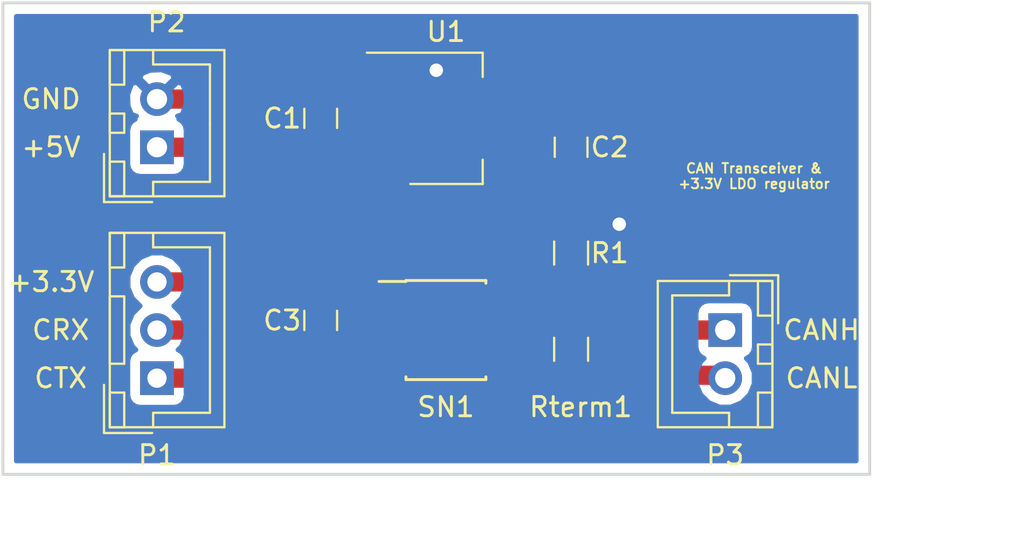
<source format=kicad_pcb>
(kicad_pcb (version 4) (host pcbnew 4.0.4-stable)

  (general
    (links 20)
    (no_connects 0)
    (area 129.424999 106.424999 174.575001 131.075001)
    (thickness 2.4)
    (drawings 14)
    (tracks 61)
    (zones 0)
    (modules 10)
    (nets 9)
  )

  (page A4)
  (layers
    (0 F.Cu signal)
    (31 B.Cu signal hide)
    (32 B.Adhes user)
    (33 F.Adhes user)
    (34 B.Paste user)
    (35 F.Paste user)
    (36 B.SilkS user)
    (37 F.SilkS user)
    (38 B.Mask user)
    (39 F.Mask user)
    (40 Dwgs.User user)
    (41 Cmts.User user)
    (42 Eco1.User user)
    (43 Eco2.User user)
    (44 Edge.Cuts user)
    (45 Margin user)
    (46 B.CrtYd user)
    (47 F.CrtYd user)
    (48 B.Fab user hide)
    (49 F.Fab user hide)
  )

  (setup
    (last_trace_width 0.25)
    (user_trace_width 0.5)
    (user_trace_width 0.6)
    (user_trace_width 0.7)
    (user_trace_width 0.8)
    (user_trace_width 0.9)
    (user_trace_width 1)
    (user_trace_width 1.1)
    (user_trace_width 1.2)
    (trace_clearance 0.15)
    (zone_clearance 0.5)
    (zone_45_only yes)
    (trace_min 0.2)
    (segment_width 0.2)
    (edge_width 0.15)
    (via_size 1)
    (via_drill 0.7)
    (via_min_size 0.4)
    (via_min_drill 0.3)
    (uvia_size 0.3)
    (uvia_drill 0.1)
    (uvias_allowed no)
    (uvia_min_size 0.2)
    (uvia_min_drill 0.1)
    (pcb_text_width 0.3)
    (pcb_text_size 1.5 1.5)
    (mod_edge_width 0.15)
    (mod_text_size 1 1)
    (mod_text_width 0.15)
    (pad_size 1.524 1.524)
    (pad_drill 0.762)
    (pad_to_mask_clearance 0.1)
    (aux_axis_origin 0 0)
    (visible_elements 7FFEFFFF)
    (pcbplotparams
      (layerselection 0x01000_00000000)
      (usegerberextensions false)
      (excludeedgelayer true)
      (linewidth 0.100000)
      (plotframeref false)
      (viasonmask true)
      (mode 1)
      (useauxorigin false)
      (hpglpennumber 1)
      (hpglpenspeed 20)
      (hpglpendiameter 15)
      (hpglpenoverlay 2)
      (psnegative false)
      (psa4output false)
      (plotreference true)
      (plotvalue true)
      (plotinvisibletext false)
      (padsonsilk false)
      (subtractmaskfromsilk false)
      (outputformat 1)
      (mirror false)
      (drillshape 0)
      (scaleselection 1)
      (outputdirectory gerber/))
  )

  (net 0 "")
  (net 1 +3.3V)
  (net 2 GND)
  (net 3 +5V)
  (net 4 TXCAN)
  (net 5 RXCAN)
  (net 6 CANH)
  (net 7 CANL)
  (net 8 "Net-(R1-Pad2)")

  (net_class Default "This is the default net class."
    (clearance 0.15)
    (trace_width 0.25)
    (via_dia 1)
    (via_drill 0.7)
    (uvia_dia 0.3)
    (uvia_drill 0.1)
    (add_net +3.3V)
    (add_net +5V)
    (add_net CANH)
    (add_net CANL)
    (add_net GND)
    (add_net "Net-(R1-Pad2)")
    (add_net RXCAN)
    (add_net TXCAN)
  )

  (module Capacitors_SMD:C_0805_HandSoldering (layer F.Cu) (tedit 5942B819) (tstamp 5942B6E7)
    (at 146 112.5 90)
    (descr "Capacitor SMD 0805, hand soldering")
    (tags "capacitor 0805")
    (path /5942A750)
    (attr smd)
    (fp_text reference C1 (at 0 -2 180) (layer F.SilkS)
      (effects (font (size 1 1) (thickness 0.15)))
    )
    (fp_text value 100n (at 0 1.75 90) (layer F.Fab)
      (effects (font (size 1 1) (thickness 0.15)))
    )
    (fp_text user %R (at 0 -1.75 90) (layer F.Fab)
      (effects (font (size 1 1) (thickness 0.15)))
    )
    (fp_line (start -1 0.62) (end -1 -0.62) (layer F.Fab) (width 0.1))
    (fp_line (start 1 0.62) (end -1 0.62) (layer F.Fab) (width 0.1))
    (fp_line (start 1 -0.62) (end 1 0.62) (layer F.Fab) (width 0.1))
    (fp_line (start -1 -0.62) (end 1 -0.62) (layer F.Fab) (width 0.1))
    (fp_line (start 0.5 -0.85) (end -0.5 -0.85) (layer F.SilkS) (width 0.12))
    (fp_line (start -0.5 0.85) (end 0.5 0.85) (layer F.SilkS) (width 0.12))
    (fp_line (start -2.25 -0.88) (end 2.25 -0.88) (layer F.CrtYd) (width 0.05))
    (fp_line (start -2.25 -0.88) (end -2.25 0.87) (layer F.CrtYd) (width 0.05))
    (fp_line (start 2.25 0.87) (end 2.25 -0.88) (layer F.CrtYd) (width 0.05))
    (fp_line (start 2.25 0.87) (end -2.25 0.87) (layer F.CrtYd) (width 0.05))
    (pad 1 smd rect (at -1.25 0 90) (size 1.5 1.25) (layers F.Cu F.Paste F.Mask)
      (net 3 +5V))
    (pad 2 smd rect (at 1.25 0 90) (size 1.5 1.25) (layers F.Cu F.Paste F.Mask)
      (net 2 GND))
    (model Capacitors_SMD.3dshapes/C_0805.wrl
      (at (xyz 0 0 0))
      (scale (xyz 1 1 1))
      (rotate (xyz 0 0 0))
    )
  )

  (module Capacitors_SMD:C_0805_HandSoldering (layer F.Cu) (tedit 595BB014) (tstamp 5942B6ED)
    (at 159 114 270)
    (descr "Capacitor SMD 0805, hand soldering")
    (tags "capacitor 0805")
    (path /5942BA03)
    (attr smd)
    (fp_text reference C2 (at 0 -2 360) (layer F.SilkS)
      (effects (font (size 1 1) (thickness 0.15)))
    )
    (fp_text value 10u (at 0 1.75 270) (layer F.Fab)
      (effects (font (size 1 1) (thickness 0.15)))
    )
    (fp_text user %R (at 0 -1.75 270) (layer F.Fab)
      (effects (font (size 1 1) (thickness 0.15)))
    )
    (fp_line (start -1 0.62) (end -1 -0.62) (layer F.Fab) (width 0.1))
    (fp_line (start 1 0.62) (end -1 0.62) (layer F.Fab) (width 0.1))
    (fp_line (start 1 -0.62) (end 1 0.62) (layer F.Fab) (width 0.1))
    (fp_line (start -1 -0.62) (end 1 -0.62) (layer F.Fab) (width 0.1))
    (fp_line (start 0.5 -0.85) (end -0.5 -0.85) (layer F.SilkS) (width 0.12))
    (fp_line (start -0.5 0.85) (end 0.5 0.85) (layer F.SilkS) (width 0.12))
    (fp_line (start -2.25 -0.88) (end 2.25 -0.88) (layer F.CrtYd) (width 0.05))
    (fp_line (start -2.25 -0.88) (end -2.25 0.87) (layer F.CrtYd) (width 0.05))
    (fp_line (start 2.25 0.87) (end 2.25 -0.88) (layer F.CrtYd) (width 0.05))
    (fp_line (start 2.25 0.87) (end -2.25 0.87) (layer F.CrtYd) (width 0.05))
    (pad 1 smd rect (at -1.25 0 270) (size 1.5 1.25) (layers F.Cu F.Paste F.Mask)
      (net 1 +3.3V))
    (pad 2 smd rect (at 1.25 0 270) (size 1.5 1.25) (layers F.Cu F.Paste F.Mask)
      (net 2 GND))
    (model Capacitors_SMD.3dshapes/C_0805.wrl
      (at (xyz 0 0 0))
      (scale (xyz 1 1 1))
      (rotate (xyz 0 0 0))
    )
  )

  (module Capacitors_SMD:C_0805_HandSoldering (layer F.Cu) (tedit 595BB04E) (tstamp 5942B6F3)
    (at 146 123 90)
    (descr "Capacitor SMD 0805, hand soldering")
    (tags "capacitor 0805")
    (path /5942D4B9)
    (attr smd)
    (fp_text reference C3 (at 0 -2 180) (layer F.SilkS)
      (effects (font (size 1 1) (thickness 0.15)))
    )
    (fp_text value 0.1u (at 0 1.75 90) (layer F.Fab)
      (effects (font (size 1 1) (thickness 0.15)))
    )
    (fp_text user %R (at 0 -1.75 90) (layer F.Fab)
      (effects (font (size 1 1) (thickness 0.15)))
    )
    (fp_line (start -1 0.62) (end -1 -0.62) (layer F.Fab) (width 0.1))
    (fp_line (start 1 0.62) (end -1 0.62) (layer F.Fab) (width 0.1))
    (fp_line (start 1 -0.62) (end 1 0.62) (layer F.Fab) (width 0.1))
    (fp_line (start -1 -0.62) (end 1 -0.62) (layer F.Fab) (width 0.1))
    (fp_line (start 0.5 -0.85) (end -0.5 -0.85) (layer F.SilkS) (width 0.12))
    (fp_line (start -0.5 0.85) (end 0.5 0.85) (layer F.SilkS) (width 0.12))
    (fp_line (start -2.25 -0.88) (end 2.25 -0.88) (layer F.CrtYd) (width 0.05))
    (fp_line (start -2.25 -0.88) (end -2.25 0.87) (layer F.CrtYd) (width 0.05))
    (fp_line (start 2.25 0.87) (end 2.25 -0.88) (layer F.CrtYd) (width 0.05))
    (fp_line (start 2.25 0.87) (end -2.25 0.87) (layer F.CrtYd) (width 0.05))
    (pad 1 smd rect (at -1.25 0 90) (size 1.5 1.25) (layers F.Cu F.Paste F.Mask)
      (net 1 +3.3V))
    (pad 2 smd rect (at 1.25 0 90) (size 1.5 1.25) (layers F.Cu F.Paste F.Mask)
      (net 2 GND))
    (model Capacitors_SMD.3dshapes/C_0805.wrl
      (at (xyz 0 0 0))
      (scale (xyz 1 1 1))
      (rotate (xyz 0 0 0))
    )
  )

  (module Connectors_JST:JST_XH_B03B-XH-A_03x2.50mm_Straight (layer F.Cu) (tedit 5942B893) (tstamp 5942B708)
    (at 137.5 126 90)
    (descr "JST XH series connector, B03B-XH-A, top entry type, through hole")
    (tags "connector jst xh tht top vertical 2.50mm")
    (path /5942F840)
    (fp_text reference P1 (at -4 0 180) (layer F.SilkS)
      (effects (font (size 1 1) (thickness 0.15)))
    )
    (fp_text value CONN_01X03 (at 2.5 4.5 90) (layer F.Fab)
      (effects (font (size 1 1) (thickness 0.15)))
    )
    (fp_line (start -2.45 -2.35) (end -2.45 3.4) (layer F.Fab) (width 0.1))
    (fp_line (start -2.45 3.4) (end 7.45 3.4) (layer F.Fab) (width 0.1))
    (fp_line (start 7.45 3.4) (end 7.45 -2.35) (layer F.Fab) (width 0.1))
    (fp_line (start 7.45 -2.35) (end -2.45 -2.35) (layer F.Fab) (width 0.1))
    (fp_line (start -2.95 -2.85) (end -2.95 3.9) (layer F.CrtYd) (width 0.05))
    (fp_line (start -2.95 3.9) (end 7.95 3.9) (layer F.CrtYd) (width 0.05))
    (fp_line (start 7.95 3.9) (end 7.95 -2.85) (layer F.CrtYd) (width 0.05))
    (fp_line (start 7.95 -2.85) (end -2.95 -2.85) (layer F.CrtYd) (width 0.05))
    (fp_line (start -2.55 -2.45) (end -2.55 3.5) (layer F.SilkS) (width 0.12))
    (fp_line (start -2.55 3.5) (end 7.55 3.5) (layer F.SilkS) (width 0.12))
    (fp_line (start 7.55 3.5) (end 7.55 -2.45) (layer F.SilkS) (width 0.12))
    (fp_line (start 7.55 -2.45) (end -2.55 -2.45) (layer F.SilkS) (width 0.12))
    (fp_line (start 0.75 -2.45) (end 0.75 -1.7) (layer F.SilkS) (width 0.12))
    (fp_line (start 0.75 -1.7) (end 4.25 -1.7) (layer F.SilkS) (width 0.12))
    (fp_line (start 4.25 -1.7) (end 4.25 -2.45) (layer F.SilkS) (width 0.12))
    (fp_line (start 4.25 -2.45) (end 0.75 -2.45) (layer F.SilkS) (width 0.12))
    (fp_line (start -2.55 -2.45) (end -2.55 -1.7) (layer F.SilkS) (width 0.12))
    (fp_line (start -2.55 -1.7) (end -0.75 -1.7) (layer F.SilkS) (width 0.12))
    (fp_line (start -0.75 -1.7) (end -0.75 -2.45) (layer F.SilkS) (width 0.12))
    (fp_line (start -0.75 -2.45) (end -2.55 -2.45) (layer F.SilkS) (width 0.12))
    (fp_line (start 5.75 -2.45) (end 5.75 -1.7) (layer F.SilkS) (width 0.12))
    (fp_line (start 5.75 -1.7) (end 7.55 -1.7) (layer F.SilkS) (width 0.12))
    (fp_line (start 7.55 -1.7) (end 7.55 -2.45) (layer F.SilkS) (width 0.12))
    (fp_line (start 7.55 -2.45) (end 5.75 -2.45) (layer F.SilkS) (width 0.12))
    (fp_line (start -2.55 -0.2) (end -1.8 -0.2) (layer F.SilkS) (width 0.12))
    (fp_line (start -1.8 -0.2) (end -1.8 2.75) (layer F.SilkS) (width 0.12))
    (fp_line (start -1.8 2.75) (end 2.5 2.75) (layer F.SilkS) (width 0.12))
    (fp_line (start 7.55 -0.2) (end 6.8 -0.2) (layer F.SilkS) (width 0.12))
    (fp_line (start 6.8 -0.2) (end 6.8 2.75) (layer F.SilkS) (width 0.12))
    (fp_line (start 6.8 2.75) (end 2.5 2.75) (layer F.SilkS) (width 0.12))
    (fp_line (start -0.35 -2.75) (end -2.85 -2.75) (layer F.SilkS) (width 0.12))
    (fp_line (start -2.85 -2.75) (end -2.85 -0.25) (layer F.SilkS) (width 0.12))
    (fp_line (start -0.35 -2.75) (end -2.85 -2.75) (layer F.Fab) (width 0.1))
    (fp_line (start -2.85 -2.75) (end -2.85 -0.25) (layer F.Fab) (width 0.1))
    (fp_text user %R (at 2.5 2.5 90) (layer F.Fab)
      (effects (font (size 1 1) (thickness 0.15)))
    )
    (pad 1 thru_hole rect (at 0 0 90) (size 1.75 1.75) (drill 1) (layers *.Cu *.Mask)
      (net 4 TXCAN))
    (pad 2 thru_hole circle (at 2.5 0 90) (size 1.75 1.75) (drill 1) (layers *.Cu *.Mask)
      (net 5 RXCAN))
    (pad 3 thru_hole circle (at 5 0 90) (size 1.75 1.75) (drill 1) (layers *.Cu *.Mask)
      (net 1 +3.3V))
    (model Connectors_JST.3dshapes/JST_XH_B03B-XH-A_03x2.50mm_Straight.wrl
      (at (xyz 0 0 0))
      (scale (xyz 1 1 1))
      (rotate (xyz 0 0 0))
    )
  )

  (module Connectors_JST:JST_XH_B02B-XH-A_02x2.50mm_Straight (layer F.Cu) (tedit 5942B88C) (tstamp 5942B70E)
    (at 137.5 114 90)
    (descr "JST XH series connector, B02B-XH-A, top entry type, through hole")
    (tags "connector jst xh tht top vertical 2.50mm")
    (path /5942FDF0)
    (fp_text reference P2 (at 6.5 0.5 180) (layer F.SilkS)
      (effects (font (size 1 1) (thickness 0.15)))
    )
    (fp_text value CONN_01X02 (at 1.25 4.5 90) (layer F.Fab)
      (effects (font (size 1 1) (thickness 0.15)))
    )
    (fp_line (start -2.45 -2.35) (end -2.45 3.4) (layer F.Fab) (width 0.1))
    (fp_line (start -2.45 3.4) (end 4.95 3.4) (layer F.Fab) (width 0.1))
    (fp_line (start 4.95 3.4) (end 4.95 -2.35) (layer F.Fab) (width 0.1))
    (fp_line (start 4.95 -2.35) (end -2.45 -2.35) (layer F.Fab) (width 0.1))
    (fp_line (start -2.95 -2.85) (end -2.95 3.9) (layer F.CrtYd) (width 0.05))
    (fp_line (start -2.95 3.9) (end 5.45 3.9) (layer F.CrtYd) (width 0.05))
    (fp_line (start 5.45 3.9) (end 5.45 -2.85) (layer F.CrtYd) (width 0.05))
    (fp_line (start 5.45 -2.85) (end -2.95 -2.85) (layer F.CrtYd) (width 0.05))
    (fp_line (start -2.55 -2.45) (end -2.55 3.5) (layer F.SilkS) (width 0.12))
    (fp_line (start -2.55 3.5) (end 5.05 3.5) (layer F.SilkS) (width 0.12))
    (fp_line (start 5.05 3.5) (end 5.05 -2.45) (layer F.SilkS) (width 0.12))
    (fp_line (start 5.05 -2.45) (end -2.55 -2.45) (layer F.SilkS) (width 0.12))
    (fp_line (start 0.75 -2.45) (end 0.75 -1.7) (layer F.SilkS) (width 0.12))
    (fp_line (start 0.75 -1.7) (end 1.75 -1.7) (layer F.SilkS) (width 0.12))
    (fp_line (start 1.75 -1.7) (end 1.75 -2.45) (layer F.SilkS) (width 0.12))
    (fp_line (start 1.75 -2.45) (end 0.75 -2.45) (layer F.SilkS) (width 0.12))
    (fp_line (start -2.55 -2.45) (end -2.55 -1.7) (layer F.SilkS) (width 0.12))
    (fp_line (start -2.55 -1.7) (end -0.75 -1.7) (layer F.SilkS) (width 0.12))
    (fp_line (start -0.75 -1.7) (end -0.75 -2.45) (layer F.SilkS) (width 0.12))
    (fp_line (start -0.75 -2.45) (end -2.55 -2.45) (layer F.SilkS) (width 0.12))
    (fp_line (start 3.25 -2.45) (end 3.25 -1.7) (layer F.SilkS) (width 0.12))
    (fp_line (start 3.25 -1.7) (end 5.05 -1.7) (layer F.SilkS) (width 0.12))
    (fp_line (start 5.05 -1.7) (end 5.05 -2.45) (layer F.SilkS) (width 0.12))
    (fp_line (start 5.05 -2.45) (end 3.25 -2.45) (layer F.SilkS) (width 0.12))
    (fp_line (start -2.55 -0.2) (end -1.8 -0.2) (layer F.SilkS) (width 0.12))
    (fp_line (start -1.8 -0.2) (end -1.8 2.75) (layer F.SilkS) (width 0.12))
    (fp_line (start -1.8 2.75) (end 1.25 2.75) (layer F.SilkS) (width 0.12))
    (fp_line (start 5.05 -0.2) (end 4.3 -0.2) (layer F.SilkS) (width 0.12))
    (fp_line (start 4.3 -0.2) (end 4.3 2.75) (layer F.SilkS) (width 0.12))
    (fp_line (start 4.3 2.75) (end 1.25 2.75) (layer F.SilkS) (width 0.12))
    (fp_line (start -0.35 -2.75) (end -2.85 -2.75) (layer F.SilkS) (width 0.12))
    (fp_line (start -2.85 -2.75) (end -2.85 -0.25) (layer F.SilkS) (width 0.12))
    (fp_line (start -0.35 -2.75) (end -2.85 -2.75) (layer F.Fab) (width 0.1))
    (fp_line (start -2.85 -2.75) (end -2.85 -0.25) (layer F.Fab) (width 0.1))
    (fp_text user %R (at 1.25 2.5 90) (layer F.Fab)
      (effects (font (size 1 1) (thickness 0.15)))
    )
    (pad 1 thru_hole rect (at 0 0 90) (size 1.75 1.75) (drill 1.05) (layers *.Cu *.Mask)
      (net 3 +5V))
    (pad 2 thru_hole circle (at 2.5 0 90) (size 1.75 1.75) (drill 1.05) (layers *.Cu *.Mask)
      (net 2 GND))
    (model Connectors_JST.3dshapes/JST_XH_B02B-XH-A_02x2.50mm_Straight.wrl
      (at (xyz 0 0 0))
      (scale (xyz 1 1 1))
      (rotate (xyz 0 0 0))
    )
  )

  (module Connectors_JST:JST_XH_B02B-XH-A_02x2.50mm_Straight (layer F.Cu) (tedit 5942B897) (tstamp 5942B714)
    (at 167 123.5 270)
    (descr "JST XH series connector, B02B-XH-A, top entry type, through hole")
    (tags "connector jst xh tht top vertical 2.50mm")
    (path /5942F937)
    (fp_text reference P3 (at 6.5 0 360) (layer F.SilkS)
      (effects (font (size 1 1) (thickness 0.15)))
    )
    (fp_text value CONN_01X02 (at 1.25 4.5 270) (layer F.Fab)
      (effects (font (size 1 1) (thickness 0.15)))
    )
    (fp_line (start -2.45 -2.35) (end -2.45 3.4) (layer F.Fab) (width 0.1))
    (fp_line (start -2.45 3.4) (end 4.95 3.4) (layer F.Fab) (width 0.1))
    (fp_line (start 4.95 3.4) (end 4.95 -2.35) (layer F.Fab) (width 0.1))
    (fp_line (start 4.95 -2.35) (end -2.45 -2.35) (layer F.Fab) (width 0.1))
    (fp_line (start -2.95 -2.85) (end -2.95 3.9) (layer F.CrtYd) (width 0.05))
    (fp_line (start -2.95 3.9) (end 5.45 3.9) (layer F.CrtYd) (width 0.05))
    (fp_line (start 5.45 3.9) (end 5.45 -2.85) (layer F.CrtYd) (width 0.05))
    (fp_line (start 5.45 -2.85) (end -2.95 -2.85) (layer F.CrtYd) (width 0.05))
    (fp_line (start -2.55 -2.45) (end -2.55 3.5) (layer F.SilkS) (width 0.12))
    (fp_line (start -2.55 3.5) (end 5.05 3.5) (layer F.SilkS) (width 0.12))
    (fp_line (start 5.05 3.5) (end 5.05 -2.45) (layer F.SilkS) (width 0.12))
    (fp_line (start 5.05 -2.45) (end -2.55 -2.45) (layer F.SilkS) (width 0.12))
    (fp_line (start 0.75 -2.45) (end 0.75 -1.7) (layer F.SilkS) (width 0.12))
    (fp_line (start 0.75 -1.7) (end 1.75 -1.7) (layer F.SilkS) (width 0.12))
    (fp_line (start 1.75 -1.7) (end 1.75 -2.45) (layer F.SilkS) (width 0.12))
    (fp_line (start 1.75 -2.45) (end 0.75 -2.45) (layer F.SilkS) (width 0.12))
    (fp_line (start -2.55 -2.45) (end -2.55 -1.7) (layer F.SilkS) (width 0.12))
    (fp_line (start -2.55 -1.7) (end -0.75 -1.7) (layer F.SilkS) (width 0.12))
    (fp_line (start -0.75 -1.7) (end -0.75 -2.45) (layer F.SilkS) (width 0.12))
    (fp_line (start -0.75 -2.45) (end -2.55 -2.45) (layer F.SilkS) (width 0.12))
    (fp_line (start 3.25 -2.45) (end 3.25 -1.7) (layer F.SilkS) (width 0.12))
    (fp_line (start 3.25 -1.7) (end 5.05 -1.7) (layer F.SilkS) (width 0.12))
    (fp_line (start 5.05 -1.7) (end 5.05 -2.45) (layer F.SilkS) (width 0.12))
    (fp_line (start 5.05 -2.45) (end 3.25 -2.45) (layer F.SilkS) (width 0.12))
    (fp_line (start -2.55 -0.2) (end -1.8 -0.2) (layer F.SilkS) (width 0.12))
    (fp_line (start -1.8 -0.2) (end -1.8 2.75) (layer F.SilkS) (width 0.12))
    (fp_line (start -1.8 2.75) (end 1.25 2.75) (layer F.SilkS) (width 0.12))
    (fp_line (start 5.05 -0.2) (end 4.3 -0.2) (layer F.SilkS) (width 0.12))
    (fp_line (start 4.3 -0.2) (end 4.3 2.75) (layer F.SilkS) (width 0.12))
    (fp_line (start 4.3 2.75) (end 1.25 2.75) (layer F.SilkS) (width 0.12))
    (fp_line (start -0.35 -2.75) (end -2.85 -2.75) (layer F.SilkS) (width 0.12))
    (fp_line (start -2.85 -2.75) (end -2.85 -0.25) (layer F.SilkS) (width 0.12))
    (fp_line (start -0.35 -2.75) (end -2.85 -2.75) (layer F.Fab) (width 0.1))
    (fp_line (start -2.85 -2.75) (end -2.85 -0.25) (layer F.Fab) (width 0.1))
    (fp_text user %R (at 1.25 2.5 270) (layer F.Fab)
      (effects (font (size 1 1) (thickness 0.15)))
    )
    (pad 1 thru_hole rect (at 0 0 270) (size 1.75 1.75) (drill 1.05) (layers *.Cu *.Mask)
      (net 6 CANH))
    (pad 2 thru_hole circle (at 2.5 0 270) (size 1.75 1.75) (drill 1.05) (layers *.Cu *.Mask)
      (net 7 CANL))
    (model Connectors_JST.3dshapes/JST_XH_B02B-XH-A_02x2.50mm_Straight.wrl
      (at (xyz 0 0 0))
      (scale (xyz 1 1 1))
      (rotate (xyz 0 0 0))
    )
  )

  (module Resistors_SMD:R_0805_HandSoldering (layer F.Cu) (tedit 5942B856) (tstamp 5942B71A)
    (at 159 119.5 270)
    (descr "Resistor SMD 0805, hand soldering")
    (tags "resistor 0805")
    (path /5942E125)
    (attr smd)
    (fp_text reference R1 (at 0 -2 360) (layer F.SilkS)
      (effects (font (size 1 1) (thickness 0.15)))
    )
    (fp_text value 470 (at 0 1.75 270) (layer F.Fab)
      (effects (font (size 1 1) (thickness 0.15)))
    )
    (fp_text user %R (at 0 0 270) (layer F.Fab)
      (effects (font (size 0.5 0.5) (thickness 0.075)))
    )
    (fp_line (start -1 0.62) (end -1 -0.62) (layer F.Fab) (width 0.1))
    (fp_line (start 1 0.62) (end -1 0.62) (layer F.Fab) (width 0.1))
    (fp_line (start 1 -0.62) (end 1 0.62) (layer F.Fab) (width 0.1))
    (fp_line (start -1 -0.62) (end 1 -0.62) (layer F.Fab) (width 0.1))
    (fp_line (start 0.6 0.88) (end -0.6 0.88) (layer F.SilkS) (width 0.12))
    (fp_line (start -0.6 -0.88) (end 0.6 -0.88) (layer F.SilkS) (width 0.12))
    (fp_line (start -2.35 -0.9) (end 2.35 -0.9) (layer F.CrtYd) (width 0.05))
    (fp_line (start -2.35 -0.9) (end -2.35 0.9) (layer F.CrtYd) (width 0.05))
    (fp_line (start 2.35 0.9) (end 2.35 -0.9) (layer F.CrtYd) (width 0.05))
    (fp_line (start 2.35 0.9) (end -2.35 0.9) (layer F.CrtYd) (width 0.05))
    (pad 1 smd rect (at -1.35 0 270) (size 1.5 1.3) (layers F.Cu F.Paste F.Mask)
      (net 2 GND))
    (pad 2 smd rect (at 1.35 0 270) (size 1.5 1.3) (layers F.Cu F.Paste F.Mask)
      (net 8 "Net-(R1-Pad2)"))
    (model ${KISYS3DMOD}/Resistors_SMD.3dshapes/R_0805.wrl
      (at (xyz 0 0 0))
      (scale (xyz 1 1 1))
      (rotate (xyz 0 0 0))
    )
  )

  (module Resistors_SMD:R_0805_HandSoldering (layer F.Cu) (tedit 5942B86C) (tstamp 5942B726)
    (at 159 124.5 270)
    (descr "Resistor SMD 0805, hand soldering")
    (tags "resistor 0805")
    (path /5942D3C6)
    (attr smd)
    (fp_text reference Rterm1 (at 3 -0.5 360) (layer F.SilkS)
      (effects (font (size 1 1) (thickness 0.15)))
    )
    (fp_text value 120 (at 0 1.75 270) (layer F.Fab)
      (effects (font (size 1 1) (thickness 0.15)))
    )
    (fp_text user %R (at 0 0 270) (layer F.Fab)
      (effects (font (size 0.5 0.5) (thickness 0.075)))
    )
    (fp_line (start -1 0.62) (end -1 -0.62) (layer F.Fab) (width 0.1))
    (fp_line (start 1 0.62) (end -1 0.62) (layer F.Fab) (width 0.1))
    (fp_line (start 1 -0.62) (end 1 0.62) (layer F.Fab) (width 0.1))
    (fp_line (start -1 -0.62) (end 1 -0.62) (layer F.Fab) (width 0.1))
    (fp_line (start 0.6 0.88) (end -0.6 0.88) (layer F.SilkS) (width 0.12))
    (fp_line (start -0.6 -0.88) (end 0.6 -0.88) (layer F.SilkS) (width 0.12))
    (fp_line (start -2.35 -0.9) (end 2.35 -0.9) (layer F.CrtYd) (width 0.05))
    (fp_line (start -2.35 -0.9) (end -2.35 0.9) (layer F.CrtYd) (width 0.05))
    (fp_line (start 2.35 0.9) (end 2.35 -0.9) (layer F.CrtYd) (width 0.05))
    (fp_line (start 2.35 0.9) (end -2.35 0.9) (layer F.CrtYd) (width 0.05))
    (pad 1 smd rect (at -1.35 0 270) (size 1.5 1.3) (layers F.Cu F.Paste F.Mask)
      (net 6 CANH))
    (pad 2 smd rect (at 1.35 0 270) (size 1.5 1.3) (layers F.Cu F.Paste F.Mask)
      (net 7 CANL))
    (model ${KISYS3DMOD}/Resistors_SMD.3dshapes/R_0805.wrl
      (at (xyz 0 0 0))
      (scale (xyz 1 1 1))
      (rotate (xyz 0 0 0))
    )
  )

  (module Housings_SOIC:SOIC-8_3.9x4.9mm_Pitch1.27mm (layer F.Cu) (tedit 5942B7F6) (tstamp 5942B732)
    (at 152.5 123.5)
    (descr "8-Lead Plastic Small Outline (SN) - Narrow, 3.90 mm Body [SOIC] (see Microchip Packaging Specification 00000049BS.pdf)")
    (tags "SOIC 1.27")
    (path /5942A4EE)
    (attr smd)
    (fp_text reference SN1 (at 0 4) (layer F.SilkS)
      (effects (font (size 1 1) (thickness 0.15)))
    )
    (fp_text value SN65HVD230 (at 0 3.5) (layer F.Fab)
      (effects (font (size 1 1) (thickness 0.15)))
    )
    (fp_text user %R (at 0 0) (layer F.Fab)
      (effects (font (size 1 1) (thickness 0.15)))
    )
    (fp_line (start -0.95 -2.45) (end 1.95 -2.45) (layer F.Fab) (width 0.1))
    (fp_line (start 1.95 -2.45) (end 1.95 2.45) (layer F.Fab) (width 0.1))
    (fp_line (start 1.95 2.45) (end -1.95 2.45) (layer F.Fab) (width 0.1))
    (fp_line (start -1.95 2.45) (end -1.95 -1.45) (layer F.Fab) (width 0.1))
    (fp_line (start -1.95 -1.45) (end -0.95 -2.45) (layer F.Fab) (width 0.1))
    (fp_line (start -3.73 -2.7) (end -3.73 2.7) (layer F.CrtYd) (width 0.05))
    (fp_line (start 3.73 -2.7) (end 3.73 2.7) (layer F.CrtYd) (width 0.05))
    (fp_line (start -3.73 -2.7) (end 3.73 -2.7) (layer F.CrtYd) (width 0.05))
    (fp_line (start -3.73 2.7) (end 3.73 2.7) (layer F.CrtYd) (width 0.05))
    (fp_line (start -2.075 -2.575) (end -2.075 -2.525) (layer F.SilkS) (width 0.15))
    (fp_line (start 2.075 -2.575) (end 2.075 -2.43) (layer F.SilkS) (width 0.15))
    (fp_line (start 2.075 2.575) (end 2.075 2.43) (layer F.SilkS) (width 0.15))
    (fp_line (start -2.075 2.575) (end -2.075 2.43) (layer F.SilkS) (width 0.15))
    (fp_line (start -2.075 -2.575) (end 2.075 -2.575) (layer F.SilkS) (width 0.15))
    (fp_line (start -2.075 2.575) (end 2.075 2.575) (layer F.SilkS) (width 0.15))
    (fp_line (start -2.075 -2.525) (end -3.475 -2.525) (layer F.SilkS) (width 0.15))
    (pad 1 smd rect (at -2.7 -1.905) (size 1.55 0.6) (layers F.Cu F.Paste F.Mask)
      (net 4 TXCAN))
    (pad 2 smd rect (at -2.7 -0.635) (size 1.55 0.6) (layers F.Cu F.Paste F.Mask)
      (net 2 GND))
    (pad 3 smd rect (at -2.7 0.635) (size 1.55 0.6) (layers F.Cu F.Paste F.Mask)
      (net 1 +3.3V))
    (pad 4 smd rect (at -2.7 1.905) (size 1.55 0.6) (layers F.Cu F.Paste F.Mask)
      (net 5 RXCAN))
    (pad 5 smd rect (at 2.7 1.905) (size 1.55 0.6) (layers F.Cu F.Paste F.Mask))
    (pad 6 smd rect (at 2.7 0.635) (size 1.55 0.6) (layers F.Cu F.Paste F.Mask)
      (net 7 CANL))
    (pad 7 smd rect (at 2.7 -0.635) (size 1.55 0.6) (layers F.Cu F.Paste F.Mask)
      (net 6 CANH))
    (pad 8 smd rect (at 2.7 -1.905) (size 1.55 0.6) (layers F.Cu F.Paste F.Mask)
      (net 8 "Net-(R1-Pad2)"))
    (model Housings_SOIC.3dshapes/SOIC-8_3.9x4.9mm_Pitch1.27mm.wrl
      (at (xyz 0 0 0))
      (scale (xyz 1 1 1))
      (rotate (xyz 0 0 0))
    )
  )

  (module TO_SOT_Packages_SMD:SOT-223-3Lead_TabPin2 (layer F.Cu) (tedit 58CE4E7E) (tstamp 595BAF9A)
    (at 152.5 112.5)
    (descr "module CMS SOT223 4 pins")
    (tags "CMS SOT")
    (path /595BB218)
    (attr smd)
    (fp_text reference U1 (at 0 -4.5) (layer F.SilkS)
      (effects (font (size 1 1) (thickness 0.15)))
    )
    (fp_text value LD1117S33TR (at 0 4.5) (layer F.Fab)
      (effects (font (size 1 1) (thickness 0.15)))
    )
    (fp_text user %R (at 0 0) (layer F.Fab)
      (effects (font (size 0.8 0.8) (thickness 0.12)))
    )
    (fp_line (start 1.91 3.41) (end 1.91 2.15) (layer F.SilkS) (width 0.12))
    (fp_line (start 1.91 -3.41) (end 1.91 -2.15) (layer F.SilkS) (width 0.12))
    (fp_line (start 4.4 -3.6) (end -4.4 -3.6) (layer F.CrtYd) (width 0.05))
    (fp_line (start 4.4 3.6) (end 4.4 -3.6) (layer F.CrtYd) (width 0.05))
    (fp_line (start -4.4 3.6) (end 4.4 3.6) (layer F.CrtYd) (width 0.05))
    (fp_line (start -4.4 -3.6) (end -4.4 3.6) (layer F.CrtYd) (width 0.05))
    (fp_line (start -1.85 -2.35) (end -0.85 -3.35) (layer F.Fab) (width 0.1))
    (fp_line (start -1.85 -2.35) (end -1.85 3.35) (layer F.Fab) (width 0.1))
    (fp_line (start -1.85 3.41) (end 1.91 3.41) (layer F.SilkS) (width 0.12))
    (fp_line (start -0.85 -3.35) (end 1.85 -3.35) (layer F.Fab) (width 0.1))
    (fp_line (start -4.1 -3.41) (end 1.91 -3.41) (layer F.SilkS) (width 0.12))
    (fp_line (start -1.85 3.35) (end 1.85 3.35) (layer F.Fab) (width 0.1))
    (fp_line (start 1.85 -3.35) (end 1.85 3.35) (layer F.Fab) (width 0.1))
    (pad 2 smd rect (at 3.15 0) (size 2 3.8) (layers F.Cu F.Paste F.Mask)
      (net 1 +3.3V))
    (pad 2 smd rect (at -3.15 0) (size 2 1.5) (layers F.Cu F.Paste F.Mask)
      (net 1 +3.3V))
    (pad 3 smd rect (at -3.15 2.3) (size 2 1.5) (layers F.Cu F.Paste F.Mask)
      (net 3 +5V))
    (pad 1 smd rect (at -3.15 -2.3) (size 2 1.5) (layers F.Cu F.Paste F.Mask)
      (net 2 GND))
    (model ${KISYS3DMOD}/TO_SOT_Packages_SMD.3dshapes/SOT-223.wrl
      (at (xyz 0 0 0))
      (scale (xyz 1 1 1))
      (rotate (xyz 0 0 0))
    )
  )

  (gr_text "CAN Transceiver &\n+3.3V LDO regulator" (at 168.5 115.5) (layer F.SilkS)
    (effects (font (size 0.5 0.5) (thickness 0.1)))
  )
  (dimension 24.5 (width 0.3) (layer Eco1.User)
    (gr_text "24,500 mm" (at 179.85 118.75 90) (layer Eco1.User)
      (effects (font (size 1.5 1.5) (thickness 0.3)))
    )
    (feature1 (pts (xy 176 106.5) (xy 181.2 106.5)))
    (feature2 (pts (xy 176 131) (xy 181.2 131)))
    (crossbar (pts (xy 178.5 131) (xy 178.5 106.5)))
    (arrow1a (pts (xy 178.5 106.5) (xy 179.086421 107.626504)))
    (arrow1b (pts (xy 178.5 106.5) (xy 177.913579 107.626504)))
    (arrow2a (pts (xy 178.5 131) (xy 179.086421 129.873496)))
    (arrow2b (pts (xy 178.5 131) (xy 177.913579 129.873496)))
  )
  (gr_line (start 129.5 106.5) (end 129.5 131) (angle 90) (layer Edge.Cuts) (width 0.15))
  (gr_line (start 174.5 106.5) (end 129.5 106.5) (angle 90) (layer Edge.Cuts) (width 0.15))
  (gr_line (start 174.5 131) (end 174.5 106.5) (angle 90) (layer Edge.Cuts) (width 0.15))
  (dimension 45 (width 0.3) (layer Eco1.User)
    (gr_text "45,000 mm" (at 152 135.85) (layer Eco1.User)
      (effects (font (size 1.5 1.5) (thickness 0.3)))
    )
    (feature1 (pts (xy 174.5 132) (xy 174.5 137.2)))
    (feature2 (pts (xy 129.5 132) (xy 129.5 137.2)))
    (crossbar (pts (xy 129.5 134.5) (xy 174.5 134.5)))
    (arrow1a (pts (xy 174.5 134.5) (xy 173.373496 135.086421)))
    (arrow1b (pts (xy 174.5 134.5) (xy 173.373496 133.913579)))
    (arrow2a (pts (xy 129.5 134.5) (xy 130.626504 135.086421)))
    (arrow2b (pts (xy 129.5 134.5) (xy 130.626504 133.913579)))
  )
  (gr_line (start 174.5 131) (end 129.5 131) (angle 90) (layer Edge.Cuts) (width 0.15))
  (gr_text CANH (at 172 123.5) (layer F.SilkS)
    (effects (font (size 1 1) (thickness 0.15)))
  )
  (gr_text CANL (at 172 126) (layer F.SilkS)
    (effects (font (size 1 1) (thickness 0.15)))
  )
  (gr_text GND (at 132 111.5) (layer F.SilkS)
    (effects (font (size 1 1) (thickness 0.15)))
  )
  (gr_text +5V (at 132 114) (layer F.SilkS)
    (effects (font (size 1 1) (thickness 0.15)))
  )
  (gr_text +3.3V (at 132 121) (layer F.SilkS)
    (effects (font (size 1 1) (thickness 0.15)))
  )
  (gr_text CRX (at 132.5 123.5) (layer F.SilkS)
    (effects (font (size 1 1) (thickness 0.15)))
  )
  (gr_text CTX (at 132.5 126) (layer F.SilkS)
    (effects (font (size 1 1) (thickness 0.15)))
  )

  (segment (start 141 121) (end 142.5 121) (width 1) (layer F.Cu) (net 1))
  (segment (start 155.65 116.85) (end 155.65 112.5) (width 1) (layer F.Cu) (net 1) (tstamp 595BB0E1))
  (segment (start 155 117.5) (end 155.65 116.85) (width 1) (layer F.Cu) (net 1) (tstamp 595BB0E0))
  (segment (start 146 117.5) (end 155 117.5) (width 1) (layer F.Cu) (net 1) (tstamp 595BB0DE))
  (segment (start 142.5 121) (end 146 117.5) (width 1) (layer F.Cu) (net 1) (tstamp 595BB0DB))
  (segment (start 146 124.25) (end 144.25 124.25) (width 1) (layer F.Cu) (net 1))
  (segment (start 142 121) (end 141 121) (width 1) (layer F.Cu) (net 1) (tstamp 595BB078))
  (segment (start 141 121) (end 137.5 121) (width 1) (layer F.Cu) (net 1) (tstamp 595BB0D9))
  (segment (start 143 122) (end 142 121) (width 1) (layer F.Cu) (net 1) (tstamp 595BB077))
  (segment (start 143 123) (end 143 122) (width 1) (layer F.Cu) (net 1) (tstamp 595BB076))
  (segment (start 144.25 124.25) (end 143 123) (width 1) (layer F.Cu) (net 1) (tstamp 595BB075))
  (segment (start 149.8 124.135) (end 146.115 124.135) (width 0.5) (layer F.Cu) (net 1))
  (segment (start 146.115 124.135) (end 146 124.25) (width 0.5) (layer F.Cu) (net 1) (tstamp 595BB071))
  (segment (start 155.65 112.5) (end 158.75 112.5) (width 1) (layer F.Cu) (net 1))
  (segment (start 158.75 112.5) (end 159 112.75) (width 1) (layer F.Cu) (net 1) (tstamp 595BB048))
  (segment (start 149.35 112.5) (end 155.65 112.5) (width 1) (layer F.Cu) (net 1))
  (segment (start 146 121.75) (end 146 121) (width 1) (layer F.Cu) (net 2))
  (segment (start 146 121) (end 148 119) (width 1) (layer F.Cu) (net 2) (tstamp 595BB0E4))
  (segment (start 158.15 119) (end 159 118.15) (width 1) (layer F.Cu) (net 2) (tstamp 595BB0E8))
  (segment (start 148 119) (end 158.15 119) (width 1) (layer F.Cu) (net 2) (tstamp 595BB0E6))
  (segment (start 149.35 110.2) (end 151.8 110.2) (width 0.7) (layer F.Cu) (net 2))
  (via (at 152 110) (size 1) (drill 0.7) (layers F.Cu B.Cu) (net 2))
  (segment (start 151.8 110.2) (end 152 110) (width 0.7) (layer F.Cu) (net 2) (tstamp 595BB0A8))
  (segment (start 159 118.15) (end 161.35 118.15) (width 0.7) (layer F.Cu) (net 2))
  (via (at 161.5 118) (size 1) (drill 0.7) (layers F.Cu B.Cu) (net 2))
  (segment (start 161.35 118.15) (end 161.5 118) (width 0.7) (layer F.Cu) (net 2) (tstamp 595BB098))
  (segment (start 149.8 122.865) (end 147.115 122.865) (width 0.5) (layer F.Cu) (net 2))
  (segment (start 147.115 122.865) (end 146 121.75) (width 0.5) (layer F.Cu) (net 2) (tstamp 595BB073))
  (segment (start 159 118.15) (end 159 115.25) (width 1) (layer F.Cu) (net 2))
  (segment (start 137.5 111.5) (end 145.75 111.5) (width 1) (layer F.Cu) (net 2))
  (segment (start 145.75 111.5) (end 147.05 110.2) (width 1) (layer F.Cu) (net 2) (tstamp 595BB01D))
  (segment (start 147.05 110.2) (end 149.35 110.2) (width 1) (layer F.Cu) (net 2) (tstamp 595BB01E))
  (segment (start 137.5 114) (end 145.75 114) (width 1) (layer F.Cu) (net 3))
  (segment (start 145.75 114) (end 146.55 114.8) (width 1) (layer F.Cu) (net 3) (tstamp 595BB020))
  (segment (start 146.55 114.8) (end 149.35 114.8) (width 1) (layer F.Cu) (net 3) (tstamp 595BB021))
  (segment (start 149.8 121.595) (end 151.095 121.595) (width 0.7) (layer F.Cu) (net 4))
  (segment (start 140.5 126) (end 137.5 126) (width 1) (layer F.Cu) (net 4) (tstamp 5942BB0B))
  (segment (start 142.5 128) (end 140.5 126) (width 1) (layer F.Cu) (net 4) (tstamp 5942BB0A))
  (segment (start 150.5 128) (end 142.5 128) (width 1) (layer F.Cu) (net 4) (tstamp 5942BB08))
  (segment (start 152 126.5) (end 150.5 128) (width 1) (layer F.Cu) (net 4) (tstamp 5942BB07))
  (segment (start 152 122.5) (end 152 126.5) (width 1) (layer F.Cu) (net 4) (tstamp 5942BB04))
  (segment (start 151.095 121.595) (end 152 122.5) (width 1) (layer F.Cu) (net 4) (tstamp 5942BB02))
  (segment (start 149.8 125.405) (end 148.595 125.405) (width 0.7) (layer F.Cu) (net 5))
  (segment (start 141 123.5) (end 137.5 123.5) (width 1) (layer F.Cu) (net 5) (tstamp 5942BAFD))
  (segment (start 141.5 124) (end 141 123.5) (width 1) (layer F.Cu) (net 5) (tstamp 5942BAFC))
  (segment (start 141.5 124.5) (end 141.5 124) (width 1) (layer F.Cu) (net 5) (tstamp 5942BAFB))
  (segment (start 143.5 126.5) (end 141.5 124.5) (width 1) (layer F.Cu) (net 5) (tstamp 5942BAF7))
  (segment (start 147.5 126.5) (end 143.5 126.5) (width 1) (layer F.Cu) (net 5) (tstamp 5942BAF4))
  (segment (start 148.595 125.405) (end 147.5 126.5) (width 1) (layer F.Cu) (net 5) (tstamp 5942BAF3))
  (segment (start 155.2 122.865) (end 158.715 122.865) (width 0.7) (layer F.Cu) (net 6))
  (segment (start 158.715 122.865) (end 159 123.15) (width 0.7) (layer F.Cu) (net 6) (tstamp 5942BB32))
  (segment (start 167 123.5) (end 159.35 123.5) (width 1) (layer F.Cu) (net 6))
  (segment (start 159.35 123.5) (end 159 123.15) (width 1) (layer F.Cu) (net 6) (tstamp 5942BB2B))
  (segment (start 155.2 124.135) (end 156.635 124.135) (width 0.7) (layer F.Cu) (net 7))
  (segment (start 156.635 124.135) (end 158.35 125.85) (width 0.7) (layer F.Cu) (net 7) (tstamp 5942BB36))
  (segment (start 158.35 125.85) (end 159 125.85) (width 0.7) (layer F.Cu) (net 7) (tstamp 5942BB38))
  (segment (start 159 125.85) (end 166.85 125.85) (width 1) (layer F.Cu) (net 7))
  (segment (start 166.85 125.85) (end 167 126) (width 1) (layer F.Cu) (net 7) (tstamp 5942BB28))
  (segment (start 155.2 121.595) (end 156.405 121.595) (width 0.7) (layer F.Cu) (net 8))
  (segment (start 157.15 120.85) (end 159 120.85) (width 0.7) (layer F.Cu) (net 8) (tstamp 5942BB3D))
  (segment (start 156.405 121.595) (end 157.15 120.85) (width 0.7) (layer F.Cu) (net 8) (tstamp 5942BB3C))

  (zone (net 2) (net_name GND) (layer B.Cu) (tstamp 5942BB55) (hatch edge 0.508)
    (connect_pads (clearance 0.5))
    (min_thickness 0.25)
    (fill yes (arc_segments 16) (thermal_gap 0.508) (thermal_bridge_width 0.508))
    (polygon
      (pts
        (xy 130 107) (xy 174 107) (xy 174 130.5) (xy 130 130.5)
      )
    )
    (filled_polygon
      (pts
        (xy 173.8 130.3) (xy 130.2 130.3) (xy 130.2 125.125) (xy 135.987756 125.125) (xy 135.987756 126.875)
        (xy 136.031337 127.106611) (xy 136.168219 127.319332) (xy 136.377076 127.462038) (xy 136.625 127.512244) (xy 138.375 127.512244)
        (xy 138.606611 127.468663) (xy 138.819332 127.331781) (xy 138.962038 127.122924) (xy 139.012244 126.875) (xy 139.012244 125.125)
        (xy 138.968663 124.893389) (xy 138.831781 124.680668) (xy 138.622924 124.537962) (xy 138.590065 124.531308) (xy 138.770897 124.350791)
        (xy 138.999739 123.799677) (xy 139.00026 123.202941) (xy 138.77238 122.651428) (xy 138.745999 122.625) (xy 165.487756 122.625)
        (xy 165.487756 124.375) (xy 165.531337 124.606611) (xy 165.668219 124.819332) (xy 165.877076 124.962038) (xy 165.909935 124.968692)
        (xy 165.729103 125.149209) (xy 165.500261 125.700323) (xy 165.49974 126.297059) (xy 165.72762 126.848572) (xy 166.149209 127.270897)
        (xy 166.700323 127.499739) (xy 167.297059 127.50026) (xy 167.848572 127.27238) (xy 168.270897 126.850791) (xy 168.499739 126.299677)
        (xy 168.50026 125.702941) (xy 168.27238 125.151428) (xy 168.092571 124.971305) (xy 168.106611 124.968663) (xy 168.319332 124.831781)
        (xy 168.462038 124.622924) (xy 168.512244 124.375) (xy 168.512244 122.625) (xy 168.468663 122.393389) (xy 168.331781 122.180668)
        (xy 168.122924 122.037962) (xy 167.875 121.987756) (xy 166.125 121.987756) (xy 165.893389 122.031337) (xy 165.680668 122.168219)
        (xy 165.537962 122.377076) (xy 165.487756 122.625) (xy 138.745999 122.625) (xy 138.371322 122.24967) (xy 138.770897 121.850791)
        (xy 138.999739 121.299677) (xy 139.00026 120.702941) (xy 138.77238 120.151428) (xy 138.350791 119.729103) (xy 137.799677 119.500261)
        (xy 137.202941 119.49974) (xy 136.651428 119.72762) (xy 136.229103 120.149209) (xy 136.000261 120.700323) (xy 135.99974 121.297059)
        (xy 136.22762 121.848572) (xy 136.628678 122.25033) (xy 136.229103 122.649209) (xy 136.000261 123.200323) (xy 135.99974 123.797059)
        (xy 136.22762 124.348572) (xy 136.407429 124.528695) (xy 136.393389 124.531337) (xy 136.180668 124.668219) (xy 136.037962 124.877076)
        (xy 135.987756 125.125) (xy 130.2 125.125) (xy 130.2 111.267768) (xy 135.980096 111.267768) (xy 136.006921 111.867088)
        (xy 136.184663 112.296196) (xy 136.437749 112.379815) (xy 136.323306 112.494258) (xy 136.373307 112.544259) (xy 136.180668 112.668219)
        (xy 136.037962 112.877076) (xy 135.987756 113.125) (xy 135.987756 114.875) (xy 136.031337 115.106611) (xy 136.168219 115.319332)
        (xy 136.377076 115.462038) (xy 136.625 115.512244) (xy 138.375 115.512244) (xy 138.606611 115.468663) (xy 138.819332 115.331781)
        (xy 138.962038 115.122924) (xy 139.012244 114.875) (xy 139.012244 113.125) (xy 138.968663 112.893389) (xy 138.831781 112.680668)
        (xy 138.628904 112.542048) (xy 138.676694 112.494258) (xy 138.562251 112.379815) (xy 138.815337 112.296196) (xy 139.019904 111.732232)
        (xy 138.993079 111.132912) (xy 138.815337 110.703804) (xy 138.562249 110.620185) (xy 137.682434 111.5) (xy 137.696576 111.514142)
        (xy 137.514142 111.696576) (xy 137.5 111.682434) (xy 137.485858 111.696576) (xy 137.303424 111.514142) (xy 137.317566 111.5)
        (xy 136.437751 110.620185) (xy 136.184663 110.703804) (xy 135.980096 111.267768) (xy 130.2 111.267768) (xy 130.2 110.437751)
        (xy 136.620185 110.437751) (xy 137.5 111.317566) (xy 138.379815 110.437751) (xy 138.296196 110.184663) (xy 137.732232 109.980096)
        (xy 137.132912 110.006921) (xy 136.703804 110.184663) (xy 136.620185 110.437751) (xy 130.2 110.437751) (xy 130.2 107.2)
        (xy 173.8 107.2)
      )
    )
  )
)

</source>
